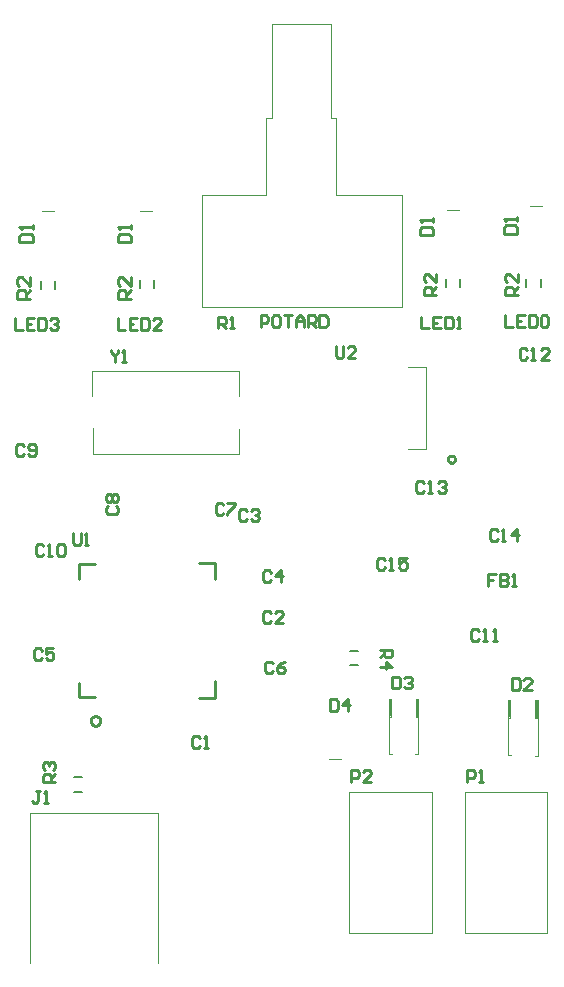
<source format=gto>
%FSTAX23Y23*%
%MOIN*%
%SFA1B1*%

%IPPOS*%
%ADD22C,0.010000*%
%ADD32C,0.007874*%
%ADD33C,0.003937*%
%ADD34R,0.007008X0.057992*%
%ADD35R,0.007992X0.059016*%
%LNboard_tp3-1*%
%LPD*%
G54D22*
X00335Y0081D02*
D01*
X00335Y00811*
X00335Y00812*
X00335Y00813*
X00335Y00814*
X00334Y00815*
X00334Y00816*
X00333Y00817*
X00333Y00818*
X00332Y00819*
X00331Y0082*
X00331Y0082*
X0033Y00821*
X00329Y00822*
X00328Y00823*
X00327Y00823*
X00326Y00824*
X00325Y00824*
X00324Y00825*
X00323Y00825*
X00322Y00825*
X00321Y00825*
X0032Y00825*
X00319*
X00318Y00825*
X00317Y00825*
X00316Y00825*
X00315Y00825*
X00313Y00824*
X00312Y00824*
X00312Y00823*
X00311Y00823*
X0031Y00822*
X00309Y00821*
X00308Y0082*
X00307Y0082*
X00307Y00819*
X00306Y00818*
X00305Y00817*
X00305Y00816*
X00305Y00815*
X00304Y00814*
X00304Y00813*
X00304Y00812*
X00304Y00811*
X00304Y0081*
X00304Y00808*
X00304Y00807*
X00304Y00806*
X00304Y00805*
X00305Y00804*
X00305Y00803*
X00305Y00802*
X00306Y00801*
X00307Y008*
X00307Y00799*
X00308Y00799*
X00309Y00798*
X0031Y00797*
X00311Y00796*
X00312Y00796*
X00312Y00795*
X00313Y00795*
X00315Y00795*
X00316Y00794*
X00317Y00794*
X00318Y00794*
X00319Y00794*
X0032*
X00321Y00794*
X00322Y00794*
X00323Y00794*
X00324Y00795*
X00325Y00795*
X00326Y00795*
X00327Y00796*
X00328Y00796*
X00329Y00797*
X0033Y00798*
X00331Y00799*
X00331Y00799*
X00332Y008*
X00333Y00801*
X00333Y00802*
X00334Y00803*
X00334Y00804*
X00335Y00805*
X00335Y00806*
X00335Y00807*
X00335Y00808*
X00335Y0081*
X01518Y01682D02*
D01*
X01518Y01682*
X01518Y01683*
X01518Y01684*
X01518Y01685*
X01517Y01686*
X01517Y01686*
X01517Y01687*
X01516Y01688*
X01516Y01689*
X01515Y01689*
X01515Y0169*
X01514Y0169*
X01514Y01691*
X01513Y01691*
X01512Y01692*
X01512Y01692*
X01511Y01693*
X0151Y01693*
X01509Y01693*
X01508Y01693*
X01508Y01693*
X01507Y01693*
X01506*
X01505Y01693*
X01504Y01693*
X01504Y01693*
X01503Y01693*
X01502Y01693*
X01501Y01692*
X015Y01692*
X015Y01691*
X01499Y01691*
X01498Y0169*
X01498Y0169*
X01497Y01689*
X01497Y01689*
X01496Y01688*
X01496Y01687*
X01496Y01686*
X01495Y01686*
X01495Y01685*
X01495Y01684*
X01495Y01683*
X01495Y01682*
X01495Y01682*
X01495Y01681*
X01495Y0168*
X01495Y01679*
X01495Y01678*
X01495Y01678*
X01496Y01677*
X01496Y01676*
X01496Y01675*
X01497Y01675*
X01497Y01674*
X01498Y01673*
X01498Y01673*
X01499Y01672*
X015Y01672*
X015Y01671*
X01501Y01671*
X01502Y01671*
X01503Y0167*
X01504Y0167*
X01504Y0167*
X01505Y0167*
X01506Y0167*
X01507*
X01508Y0167*
X01508Y0167*
X01509Y0167*
X0151Y0167*
X01511Y01671*
X01512Y01671*
X01512Y01671*
X01513Y01672*
X01514Y01672*
X01514Y01673*
X01515Y01673*
X01515Y01674*
X01516Y01675*
X01516Y01675*
X01517Y01676*
X01517Y01677*
X01517Y01678*
X01518Y01678*
X01518Y01679*
X01518Y0168*
X01518Y01681*
X01518Y01682*
X00265Y00888D02*
Y00937D01*
Y00888D02*
X00319D01*
X00265Y01282D02*
Y01334D01*
X00319*
X00718Y00885D02*
Y00942D01*
X00664Y00885D02*
X00718D01*
Y01282D02*
Y01336D01*
X00664D02*
X00718D01*
X01286Y01347D02*
X01279Y01354D01*
X01266*
X01259Y01347*
Y01321*
X01266Y01314*
X01279*
X01286Y01321*
X01299Y01314D02*
X01312D01*
X01305*
Y01354*
X01299Y01347*
X01358Y01354D02*
X01332D01*
Y01334*
X01345Y01341*
X01351*
X01358Y01334*
Y01321*
X01351Y01314*
X01338*
X01332Y01321*
X0166Y01442D02*
X01653Y01448D01*
X0164*
X01633Y01442*
Y01416*
X0164Y01409*
X01653*
X0166Y01416*
X01673Y01409D02*
X01686D01*
X01679*
Y01448*
X01673Y01442*
X01725Y01409D02*
Y01448D01*
X01706Y01429*
X01732*
X0037Y02047D02*
Y0204D01*
X00383Y02027*
X00396Y0204*
Y02047*
X00383Y02027D02*
Y02007D01*
X00409D02*
X00422D01*
X00415*
Y02047*
X00409Y0204*
X0112Y02059D02*
Y02026D01*
X01127Y02019*
X0114*
X01146Y02026*
Y02059*
X01186Y02019D02*
X0116D01*
X01186Y02046*
Y02052*
X01179Y02059*
X01166*
X0116Y02052*
X00244Y01437D02*
Y01404D01*
X0025Y01397*
X00263*
X0027Y01404*
Y01437*
X00283Y01397D02*
X00296D01*
X00289*
Y01437*
X00283Y0143*
X01267Y01047D02*
X01307D01*
Y01027*
X013Y01021*
X01287*
X0128Y01027*
Y01047*
Y01034D02*
X01267Y01021D01*
Y00988D02*
X01307D01*
X01287Y01007*
Y00981*
X00185Y00606D02*
X00145D01*
Y00625*
X00152Y00632*
X00165*
X00171Y00625*
Y00606*
Y00619D02*
X00185Y00632D01*
X00152Y00645D02*
X00145Y00652D01*
Y00665*
X00152Y00671*
X00158*
X00165Y00665*
Y00658*
Y00665*
X00171Y00671*
X00178*
X00185Y00665*
Y00652*
X00178Y00645*
X00102Y02216D02*
X00059D01*
Y02238*
X00066Y02245*
X0008*
X00087Y02238*
Y02216*
Y0223D02*
X00102Y02245D01*
Y02288D02*
Y02259D01*
X00073Y02288*
X00066*
X00059Y02281*
Y02267*
X00066Y02259*
X00437Y02216D02*
X00393D01*
Y02238*
X004Y02245*
X00415*
X00422Y02238*
Y02216*
Y0223D02*
X00437Y02245D01*
Y02288D02*
Y02259D01*
X00408Y02288*
X004*
X00393Y02281*
Y02267*
X004Y02259*
X01456Y02228D02*
X01413D01*
Y0225*
X0142Y02257*
X01435*
X01442Y0225*
Y02228*
Y02242D02*
X01456Y02257D01*
Y023D02*
Y02271D01*
X01427Y023*
X0142*
X01413Y02293*
Y02278*
X0142Y02271*
X01728Y02228D02*
X01685D01*
Y0225*
X01692Y02257*
X01706*
X01713Y0225*
Y02228*
Y02242D02*
X01728Y02257D01*
Y023D02*
Y02271D01*
X01699Y023*
X01692*
X01685Y02293*
Y02278*
X01692Y02271*
X00728Y02118D02*
Y02157D01*
X00748*
X00754Y0215*
Y02137*
X00748Y02131*
X00728*
X00741D02*
X00754Y02118D01*
X00767D02*
X0078D01*
X00774*
Y02157*
X00767Y0215*
X01172Y00607D02*
Y00646D01*
X01192*
X01199Y00639*
Y00626*
X01192Y0062*
X01172*
X01238Y00607D02*
X01212D01*
X01238Y00633*
Y00639*
X01232Y00646*
X01218*
X01212Y00639*
X01559Y00607D02*
Y00646D01*
X01578*
X01585Y00639*
Y00626*
X01578Y0062*
X01559*
X01598Y00607D02*
X01611D01*
X01604*
Y00646*
X01598Y00639*
X00134Y00575D02*
X00121D01*
X00127*
Y00542*
X00121Y00535*
X00114*
X00107Y00542*
X00147Y00535D02*
X0016D01*
X00153*
Y00575*
X00147Y00568*
X01656Y01299D02*
X01629D01*
Y01279*
X01643*
X01629*
Y01259*
X01669Y01299D02*
Y01259D01*
X01688*
X01695Y01266*
Y01272*
X01688Y01279*
X01669*
X01688*
X01695Y01286*
Y01292*
X01688Y01299*
X01669*
X01708Y01259D02*
X01721D01*
X01715*
Y01299*
X01708Y01292*
X01102Y00881D02*
Y00842D01*
X01122*
X01128Y00848*
Y00874*
X01122Y00881*
X01102*
X01161Y00842D02*
Y00881D01*
X01141Y00861*
X01168*
X01309Y00957D02*
Y00918D01*
X01329*
X01335Y00924*
Y00951*
X01329Y00957*
X01309*
X01349Y00951D02*
X01355Y00957D01*
X01368*
X01375Y00951*
Y00944*
X01368Y00937*
X01362*
X01368*
X01375Y00931*
Y00924*
X01368Y00918*
X01355*
X01349Y00924*
X01707Y00953D02*
Y00914D01*
X01727*
X01733Y0092*
Y00947*
X01727Y00953*
X01707*
X01773Y00914D02*
X01746D01*
X01773Y0094*
Y00947*
X01766Y00953*
X01753*
X01746Y00947*
X00066Y02405D02*
X0011D01*
Y02427*
X00103Y02434*
X00074*
X00066Y02427*
Y02405*
X0011Y02448D02*
Y02463D01*
Y02456*
X00066*
X00074Y02448*
X00393Y02405D02*
X00437D01*
Y02427*
X00429Y02434*
X004*
X00393Y02427*
Y02405*
X00437Y02448D02*
Y02463D01*
Y02456*
X00393*
X004Y02448*
X01401Y02429D02*
X01444D01*
Y0245*
X01437Y02457*
X01408*
X01401Y0245*
Y02429*
X01444Y02472D02*
Y02486D01*
Y02479*
X01401*
X01408Y02472*
X01681Y02433D02*
X01724D01*
Y02454*
X01717Y02461*
X01688*
X01681Y02454*
Y02433*
X01724Y02476D02*
Y0249D01*
Y02483*
X01681*
X01688Y02476*
X01415Y01603D02*
X01409Y0161D01*
X01396*
X01389Y01603*
Y01577*
X01396Y0157*
X01409*
X01415Y01577*
X01429Y0157D02*
X01442D01*
X01435*
Y0161*
X01429Y01603*
X01461D02*
X01468Y0161D01*
X01481*
X01488Y01603*
Y01597*
X01481Y0159*
X01475*
X01481*
X01488Y01583*
Y01577*
X01481Y0157*
X01468*
X01461Y01577*
X01759Y02047D02*
X01752Y02054D01*
X01739*
X01733Y02047*
Y02021*
X01739Y02014*
X01752*
X01759Y02021*
X01772Y02014D02*
X01785D01*
X01779*
Y02054*
X01772Y02047*
X01831Y02014D02*
X01805D01*
X01831Y0204*
Y02047*
X01824Y02054*
X01811*
X01805Y02047*
X01598Y0111D02*
X01591Y01116D01*
X01578*
X01572Y0111*
Y01083*
X01578Y01077*
X01591*
X01598Y01083*
X01611Y01077D02*
X01624D01*
X01618*
Y01116*
X01611Y0111*
X01644Y01077D02*
X01657D01*
X0165*
Y01116*
X01644Y0111*
X00146Y01393D02*
X0014Y01399D01*
X00127*
X0012Y01393*
Y01367*
X00127Y0136*
X0014*
X00146Y01367*
X0016Y0136D02*
X00173D01*
X00166*
Y01399*
X0016Y01393*
X00192D02*
X00199Y01399D01*
X00212*
X00219Y01393*
Y01367*
X00212Y0136*
X00199*
X00192Y01367*
Y01393*
X00081Y01725D02*
X00074Y01732D01*
X00061*
X00055Y01725*
Y01699*
X00061Y01692*
X00074*
X00081Y01699*
X00094D02*
X00101Y01692D01*
X00114*
X0012Y01699*
Y01725*
X00114Y01732*
X00101*
X00094Y01725*
Y01719*
X00101Y01712*
X0012*
X0036Y01526D02*
X00354Y01519D01*
Y01506*
X0036Y015*
X00387*
X00393Y01506*
Y01519*
X00387Y01526*
X0036Y01539D02*
X00354Y01545D01*
Y01559*
X0036Y01565*
X00367*
X00374Y01559*
X0038Y01565*
X00387*
X00393Y01559*
Y01545*
X00387Y01539*
X0038*
X00374Y01545*
X00367Y01539*
X0036*
X00374Y01545D02*
Y01559D01*
X00746Y01528D02*
X0074Y01535D01*
X00727*
X0072Y01528*
Y01502*
X00727Y01496*
X0074*
X00746Y01502*
X00759Y01535D02*
X00786D01*
Y01528*
X00759Y01502*
Y01496*
X00912Y01001D02*
X00905Y01007D01*
X00892*
X00885Y01001*
Y00975*
X00892Y00968*
X00905*
X00912Y00975*
X00951Y01007D02*
X00938Y01001D01*
X00925Y00988*
Y00975*
X00931Y00968*
X00944*
X00951Y00975*
Y00981*
X00944Y00988*
X00925*
X0014Y01044D02*
X00133Y01051D01*
X0012*
X00114Y01044*
Y01018*
X0012Y01011*
X00133*
X0014Y01018*
X00179Y01051D02*
X00153D01*
Y01031*
X00166Y01038*
X00173*
X00179Y01031*
Y01018*
X00173Y01011*
X0016*
X00153Y01018*
X00904Y01304D02*
X00897Y01311D01*
X00884*
X00877Y01304*
Y01278*
X00884Y01271*
X00897*
X00904Y01278*
X00937Y01271D02*
Y01311D01*
X00917Y01291*
X00943*
X00825Y01509D02*
X00818Y01515D01*
X00805*
X00799Y01509*
Y01482*
X00805Y01476*
X00818*
X00825Y01482*
X00838Y01509D02*
X00845Y01515D01*
X00858*
X00864Y01509*
Y01502*
X00858Y01496*
X00851*
X00858*
X00864Y01489*
Y01482*
X00858Y01476*
X00845*
X00838Y01482*
X00904Y0117D02*
X00897Y01177D01*
X00884*
X00877Y0117*
Y01144*
X00884Y01137*
X00897*
X00904Y01144*
X00943Y01137D02*
X00917D01*
X00943Y01164*
Y0117*
X00937Y01177*
X00923*
X00917Y0117*
X00667Y00753D02*
X00661Y00759D01*
X00648*
X00641Y00753*
Y00727*
X00648Y0072*
X00661*
X00667Y00727*
X00681Y0072D02*
X00694D01*
X00687*
Y00759*
X00681Y00753*
X01685Y02161D02*
Y02122D01*
X01711*
X0175Y02161D02*
X01724D01*
Y02122*
X0175*
X01724Y02141D02*
X01737D01*
X01763Y02161D02*
Y02122D01*
X01783*
X0179Y02128*
Y02154*
X01783Y02161*
X01763*
X01803Y02154D02*
X01809Y02161D01*
X01822*
X01829Y02154*
Y02128*
X01822Y02122*
X01809*
X01803Y02128*
Y02154*
X01405Y02157D02*
Y02118D01*
X01431*
X01471Y02157D02*
X01444D01*
Y02118*
X01471*
X01444Y02137D02*
X01457D01*
X01484Y02157D02*
Y02118D01*
X01503*
X0151Y02124*
Y0215*
X01503Y02157*
X01484*
X01523Y02118D02*
X01536D01*
X0153*
Y02157*
X01523Y0215*
X00393Y02153D02*
Y02114D01*
X00419*
X00459Y02153D02*
X00433D01*
Y02114*
X00459*
X00433Y02133D02*
X00446D01*
X00472Y02153D02*
Y02114D01*
X00492*
X00498Y0212*
Y02146*
X00492Y02153*
X00472*
X00537Y02114D02*
X00511D01*
X00537Y0214*
Y02146*
X00531Y02153*
X00518*
X00511Y02146*
X00051Y02153D02*
Y02114D01*
X00077*
X00116Y02153D02*
X0009D01*
Y02114*
X00116*
X0009Y02133D02*
X00103D01*
X00129Y02153D02*
Y02114D01*
X00149*
X00156Y0212*
Y02146*
X00149Y02153*
X00129*
X00169Y02146D02*
X00175Y02153D01*
X00188*
X00195Y02146*
Y0214*
X00188Y02133*
X00182*
X00188*
X00195Y02127*
Y0212*
X00188Y02114*
X00175*
X00169Y0212*
X0087Y02122D02*
Y02161D01*
X00889*
X00896Y02154*
Y02141*
X00889Y02135*
X0087*
X00929Y02161D02*
X00915D01*
X00909Y02154*
Y02128*
X00915Y02122*
X00929*
X00935Y02128*
Y02154*
X00929Y02161*
X00948D02*
X00975D01*
X00961*
Y02122*
X00988D02*
Y02148D01*
X01001Y02161*
X01014Y02148*
Y02122*
Y02141*
X00988*
X01027Y02122D02*
Y02161D01*
X01047*
X01053Y02154*
Y02141*
X01047Y02135*
X01027*
X0104D02*
X01053Y02122D01*
X01066Y02161D02*
Y02122D01*
X01086*
X01093Y02128*
Y02154*
X01086Y02161*
X01066*
G54D32*
X01755Y02255D02*
Y02283D01*
X01803Y02255D02*
Y02283D01*
X00137Y02248D02*
Y02275D01*
X00185Y02248D02*
Y02275D01*
X00468Y02251D02*
Y02279D01*
X00515Y02251D02*
Y02279D01*
X01488Y02255D02*
Y02283D01*
X01535Y02255D02*
Y02283D01*
X01169Y00996D02*
X01196D01*
X01169Y01043D02*
X01196D01*
X00248Y00574D02*
X00275D01*
X00248Y00622D02*
X00275D01*
G54D33*
X01767Y02525D02*
X01807D01*
X00141Y02509D02*
X00181D01*
X00468D02*
X00508D01*
X01491Y02513D02*
X01531D01*
X01098Y00683D02*
X01138D01*
X00527Y00003D02*
Y00503D01*
X001Y00003D02*
Y00503D01*
X00527*
X01551Y00574D02*
X01826D01*
Y00102D02*
Y00574D01*
X01551Y00102D02*
X01826D01*
X01551D02*
Y00574D01*
X01165D02*
X0144D01*
Y00102D02*
Y00574D01*
X01165Y00102D02*
X0144D01*
X01165D02*
Y00574D01*
X01362Y01988D02*
X01421D01*
Y01716D02*
Y01988D01*
X01362Y01716D02*
X01421D01*
X00673Y02188D02*
X01342D01*
X00673D02*
Y02562D01*
X01342Y02188D02*
Y02562D01*
X00673D02*
X00889D01*
X00889Y02563*
X00889Y02562D02*
Y02818D01*
X01121Y02562D02*
X01342D01*
X01121D02*
Y02818D01*
X00889D02*
X00909D01*
X01106D02*
X01121D01*
X00909D02*
Y03133D01*
X01106Y02818D02*
Y03133D01*
X00909D02*
X01106D01*
X00311Y017D02*
X00799D01*
X00311D02*
Y01787D01*
X00799Y017D02*
Y01783D01*
X00307Y01976D02*
X00799D01*
Y01892D02*
Y01976D01*
X00307Y01892D02*
Y01976D01*
X01695Y0082D02*
X01702D01*
Y00878*
X01695D02*
X01702D01*
X01695Y00695D02*
Y00878D01*
Y00695D02*
X01705D01*
X01786Y00819D02*
X01794D01*
X01786D02*
Y00878D01*
X01794*
Y00694D02*
Y00878D01*
X01783Y00694D02*
X01794D01*
X01385Y00698D02*
X01396D01*
Y00882*
X01388D02*
X01396D01*
X01388Y00823D02*
Y00882D01*
Y00823D02*
X01396D01*
X01297Y00699D02*
X01307D01*
X01297D02*
Y00882D01*
X01304*
Y00824D02*
Y00882D01*
X01297Y00824D02*
X01304D01*
G54D34*
X01698Y00849D03*
X013Y00853D03*
G54D35*
X0179Y00848D03*
X01392Y00852D03*
M02*
</source>
